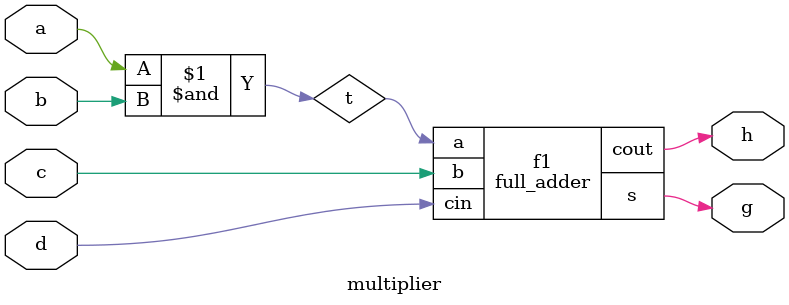
<source format=v>
module full_adder(output wire s, cout, input wire a, b, cin);
    assign s = a ^ b ^ cin;
    assign cout = (a & b) | (b & cin) | (cin & a);
endmodule

module multiplier(output wire g,h, input wire a,b,c,d);
wire t;
and(t,a,b);
full_adder f1(g,h,t,c,d);

endmodule

</source>
